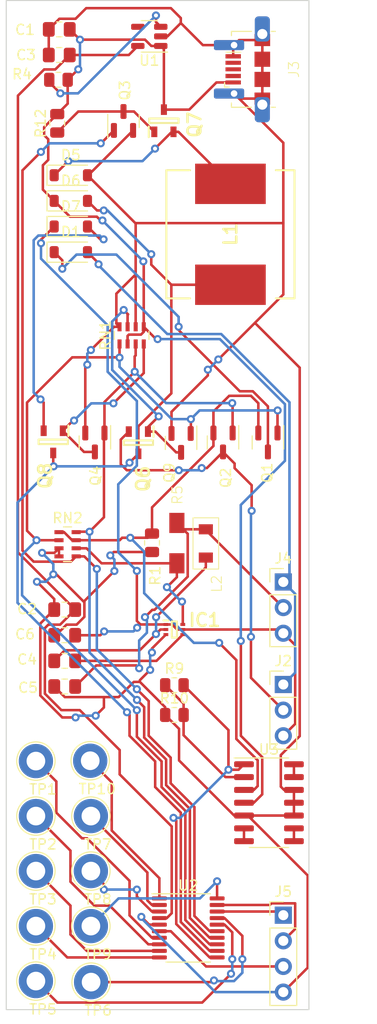
<source format=kicad_pcb>
(kicad_pcb (version 20221018) (generator pcbnew)
  (layers (0 "F.Cu" signal) (31 "B.Cu" signal) (34 "B.Paste" user) (35 "F.Paste" user) (36 "B.SilkS" user "B.Silkscreen") (37 "F.SilkS" user "F.Silkscreen") (38 "B.Mask" user) (39 "F.Mask" user) (44 "Edge.Cuts" user))
  (net 0 "")
  (net 1 "GND")
  (net 2 "PB7_PB8_MCU")
  (net 3 "PC15_MCU")
  (net 4 "PB3_PB4_PB5P_PB6_MCU")
  (net 5 "PC14_PB9_MCU")
  (net 6 "PA12_PA10_MCU")
  (net 7 "PA11_PA9_MCU")
  (net 8 "PA3_MCU")
  (net 9 "PA2_MCU")
  (net 10 "PA1_MCU")
  (net 11 "Net-(D1-K)")
  (net 12 "PA0_MCU")
  (net 13 "ADC_v-to-c")
  (net 14 "LiPO1_Control")
  (net 15 "Switch_Regulator_PWM")
  (net 16 "FB")
  (net 17 "LiPO2_Control")
  (net 18 "Net-(U3A-INA-)")
  (net 19 "ADC_Current")
  (net 20 "Net-(U1-EN)")
  (net 21 "USB Vdc")
  (net 22 "Net-(Q3-D)")
  (net 24 "MCU Vdd")
  (net 25 "Net-(Q4-D)")
  (net 26 "LiPO Mid")
  (net 27 "Net-(Q6-G)")
  (net 28 "NRST")
  (net 29 "Switch_Regulated_V")
  (net 30 "SWDIO")
  (net 31 "SWCLK")
  (net 35 "3.3v Battery")
  (net 36 "SW")
  (net 37 "LiPO High")
  (net 38 "Net-(D7-A)")
  (net 39 "Net-(D5-K)")
  (net 40 "LiPO Low")
  (net 41 "BST")
  (net 42 "Net-(U3B-INB-)")
  (net 43 "Net-(U3C-INC-)")
  (net 44 "Net-(U3D-IND-)")
  (footprint "Resistor_SMD:R_0805_2012Metric" (layer "F.Cu") (at 217.804945 135.097791)
    (fp_text reference "R10")
    (fp_text value "1k")
  )
  (footprint "TestPoint:TestPoint_Loop_D2.50mm_Drill1.85mm" (layer "F.Cu") (at 209.551215 161.57202)
    (fp_text reference "TP6")
    (fp_text value "TestPoint")
  )
  (footprint "Package_TO_SOT_SMD:SOT-23" (layer "F.Cu") (at 218.468062 108.139524 -90)
    (fp_text reference "Q9")
    (fp_text value "SI2302")
  )
  (footprint "Capacitor_SMD:C_0805_2012Metric_Pad1.18x1.45mm_HandSolder" (layer "F.Cu") (at 206.932827 127.198804)
    (fp_text reference "C6")
    (fp_text value "10u")
  )
  (footprint "Diode_SMD:D_SOD-123" (layer "F.Cu") (at 207.540719 81.61628)
    (fp_text reference "D5")
    (fp_text value "MBR0530 ")
  )
  (footprint "TestPoint:TestPoint_Loop_D2.50mm_Drill1.85mm" (layer "F.Cu") (at 209.530195 150.568664)
    (fp_text reference "TP8")
    (fp_text value "TestPoint")
  )
  (footprint "TestPoint:TestPoint_Loop_D2.50mm_Drill1.85mm" (layer "F.Cu") (at 204.080195 150.568664)
    (fp_text reference "TP3")
    (fp_text value "TestPoint")
  )
  (footprint "Library:CC322522A-4R7K" (layer "F.Cu") (at 220.920406 118.10125 90)
    (fp_text reference "L2")
    (fp_text value "3.3u")
  )
  (footprint "Library:SOT95P230X110-3N" (layer "F.Cu") (at 205.796925 108.034654 -90)
    (fp_text reference "Q8")
    (fp_text value "BSS84AK,215" hide)
  )
  (footprint "Resistor_SMD:R_0805_2012Metric" (layer "F.Cu") (at 206.195521 76.469749 90)
    (fp_text reference "R12")
    (fp_text value "1k")
  )
  (footprint "TestPoint:TestPoint_Loop_D2.50mm_Drill1.85mm" (layer "F.Cu") (at 209.530195 156.018664)
    (fp_text reference "TP9")
    (fp_text value "TestPoint")
  )
  (footprint "Diode_SMD:D_SOD-123" (layer "F.Cu") (at 207.540719 86.69628)
    (fp_text reference "D7")
    (fp_text value "MBR0530 ")
  )
  (footprint "Capacitor_SMD:C_0805_2012Metric_Pad1.18x1.45mm_HandSolder" (layer "F.Cu") (at 206.392187 67.160936)
    (fp_text reference "C1")
    (fp_text value "10u")
  )
  (footprint "Package_TO_SOT_SMD:SOT-23" (layer "F.Cu") (at 212.760859 76.237364 90)
    (fp_text reference "Q3")
    (fp_text value "SI2302")
  )
  (footprint "Resistor_SMD:R_Array_Concave_4x0603" (layer "F.Cu") (at 207.217952 118.182679)
    (fp_text reference "RN2")
    (fp_text value "R_Pack04_Split_2")
  )
  (footprint "Package_SO:SOIC-14_3.9x8.7mm_P1.27mm" (layer "F.Cu") (at 227.177625 143.795541)
    (fp_text reference "U3")
    (fp_text value "~")
  )
  (footprint "Library:USB_Micro-B_roundholes" (layer "F.Cu") (at 230.15 71.12 90)
    (fp_text reference "J3")
    (fp_text value "USB_B_Micro")
  )
  (footprint "TestPoint:TestPoint_Loop_D2.50mm_Drill1.85mm" (layer "F.Cu") (at 204.080195 139.668664)
    (fp_text reference "TP1")
    (fp_text value "TestPoint")
  )
  (footprint "Diode_SMD:D_SOD-123" (layer "F.Cu") (at 207.540719 84.15628)
    (fp_text reference "D6")
    (fp_text value "MBR0530 ")
  )
  (footprint "Library:CR0603-FX-4532ELF" (layer "F.Cu") (at 218.051063 118.069718 90)
    (fp_text reference "R5")
    (fp_text value "45.3k ")
  )
  (footprint "Capacitor_SMD:C_0805_2012Metric_Pad1.18x1.45mm_HandSolder" (layer "F.Cu") (at 206.932827 124.658804)
    (fp_text reference "C2")
    (fp_text value "10u")
  )
  (footprint "TestPoint:TestPoint_Loop_D2.50mm_Drill1.85mm" (layer "F.Cu") (at 209.530195 145.118664)
    (fp_text reference "TP7")
    (fp_text value "TestPoint")
  )
  (footprint "Package_TO_SOT_SMD:SOT-23" (layer "F.Cu") (at 222.62446 108.095508 -90)
    (fp_text reference "Q2")
    (fp_text value "MMFTN6001")
  )
  (footprint "Library:SOT95P230X110-3N" (layer "F.Cu") (at 216.764938 76.213999 90)
    (fp_text reference "Q7")
    (fp_text value "BSS84AK,215" hide)
  )
  (footprint "Library:SRR1205500YL" (layer "F.Cu") (at 223.359032 87.467062 -90)
    (fp_text reference "L1")
    (fp_text value "SRR1205-500YL" hide)
  )
  (footprint "Connector_PinHeader_2.54mm:PinHeader_1x03_P2.54mm_Vertical" (layer "F.Cu") (at 228.6 121.92)
    (fp_text reference "J4")
    (fp_text value "3_Pin_Header_to_IPOD")
  )
  (footprint "TestPoint:TestPoint_Loop_D2.50mm_Drill1.85mm" (layer "F.Cu") (at 209.462421 139.635046)
    (fp_text reference "TP10")
    (fp_text value "TestPoint")
  )
  (footprint "Connector_PinHeader_2.54mm:PinHeader_1x03_P2.54mm_Vertical" (layer "F.Cu") (at 228.6 132.08)
    (fp_text reference "J2")
    (fp_text value "3_Pin_Header_to_Battery")
  )
  (footprint "Library:SOTFL50P160X60-6N" (layer "F.Cu") (at 217.800804 126.631242)
    (fp_text reference "IC1")
    (fp_text value "TPS562231DRLR" hide)
  )
  (footprint "TestPoint:TestPoint_Loop_D2.50mm_Drill1.85mm" (layer "F.Cu") (at 204.080195 161.468664)
    (fp_text reference "TP5")
    (fp_text value "TestPoint")
  )
  (footprint "Connector_PinHeader_2.54mm:PinHeader_1x04_P2.54mm_Vertical" (layer "F.Cu") (at 228.6 154.94)
    (fp_text reference "J5")
    (fp_text value "Conn_01x04_Pin")
  )
  (footprint "TestPoint:TestPoint_Loop_D2.50mm_Drill1.85mm" (layer "F.Cu") (at 204.080195 156.018664)
    (fp_text reference "TP4")
    (fp_text value "TestPoint")
  )
  (footprint "Package_TO_SOT_SMD:SOT-23" (layer "F.Cu") (at 209.92446 108.095508 -90)
    (fp_text reference "Q4")
    (fp_text value "SI2302")
  )
  (footprint "Package_TO_SOT_SMD:SOT-23" (layer "F.Cu") (at 227.07446 108.095508 -90)
    (fp_text reference "Q1")
    (fp_text value "MMFTN6001")
  )
  (footprint "TestPoint:TestPoint_Loop_D2.50mm_Drill1.85mm" (layer "F.Cu") (at 204.080195 145.118664)
    (fp_text reference "TP2")
    (fp_text value "TestPoint")
  )
  (footprint "Resistor_SMD:R_Array_Concave_4x0603" (layer "F.Cu") (at 213.566765 97.483827 90)
    (fp_text reference "RN1")
    (fp_text value "R_Pack04_Split_2")
  )
  (footprint "Capacitor_SMD:C_0805_2012Metric_Pad1.18x1.45mm_HandSolder" (layer "F.Cu") (at 206.392187 69.700936)
    (fp_text reference "C3")
    (fp_text value "10u")
  )
  (footprint "Capacitor_SMD:C_0805_2012Metric_Pad1.18x1.45mm_HandSolder" (layer "F.Cu") (at 206.932827 132.278804)
    (fp_text reference "C5")
    (fp_text value "10u")
  )
  (footprint "Library:SOT95P230X110-3N" (layer "F.Cu") (at 214.235323 108.12 -90)
    (fp_text reference "Q6")
    (fp_text value "BSS84AK,215" hide)
  )
  (footprint "Resistor_SMD:R_0805_2012Metric" (layer "F.Cu") (at 217.804945 132.147791)
    (fp_text reference "R9")
    (fp_text value "100k")
  )
  (footprint "Package_TO_SOT_SMD:SOT-23-5" (layer "F.Cu") (at 215.318563 67.854624 180)
    (fp_text reference "U1")
    (fp_text value "MIC5504-3.3YM5")
  )
  (footprint "Package_SO:TSSOP-20_4.4x6.5mm_P0.65mm" (layer "F.Cu") (at 219.177515 156.202195)
    (fp_text reference "U2")
    (fp_text value "STM32G030F6Px")
  )
  (footprint "Resistor_SMD:R_0805_2012Metric" (layer "F.Cu") (at 206.316527 72.156835)
    (fp_text reference "R4")
    (fp_text value "1k")
  )
  (footprint "Resistor_SMD:R_0805_2012Metric" (layer "F.Cu") (at 215.588156 118.037069 -90)
    (fp_text reference "R1")
    (fp_text value "100m")
  )
  (footprint "Capacitor_SMD:C_0805_2012Metric_Pad1.18x1.45mm_HandSolder" (layer "F.Cu") (at 206.932827 129.738804)
    (fp_text reference "C4")
    (fp_text value ".1u")
  )
  (footprint "Diode_SMD:D_SOD-123" (layer "F.Cu") (at 207.540719 89.23628)
    (fp_text reference "D1")
    (fp_text value "MBR0530 ")
  )
  (gr_rect (start 201.14 64.3) (end 231.14 164.3) (stroke (width 0.1)) (fill none) (layer "Edge.Cuts"))
  (segment (start 205.895327 124.658804) (end 205.895327 123.60911) (width 0.25) (layer "F.Cu") (net 1))
  (segment (start 213.784695 131.820874) (end 214.385305 131.820874) (width 0.25) (layer "F.Cu") (net 1))
  (segment (start 214.530161 155.104535) (end 215.302821 155.877195) (width 0.25) (layer "F.Cu") (net 1))
  (segment (start 212.053453 96.320515) (end 212.053453 93.353312) (width 0.25) (layer "F.Cu") (net 1))
  (segment (start 223.727626 145.065541) (end 218.267445 139.60536) (width 0.25) (layer "F.Cu") (net 1))
  (segment (start 218.267445 136.472791) (end 216.892445 135.097791) (width 0.25) (layer "F.Cu") (net 1))
  (segment (start 215.581065 128.910443) (end 215.581065 128.512981) (width 0.25) (layer "F.Cu") (net 1))
  (segment (start 207.116723 126.148804) (end 208.112927 126.148804) (width 0.25) (layer "F.Cu") (net 1))
  (segment (start 217.458057 65.058057) (end 218.44 66.04) (width 0.25) (layer "F.Cu") (net 1))
  (segment (start 206.945327 133.328804) (end 210.82 133.328804) (width 0.25) (layer "F.Cu") (net 1))
  (segment (start 217.518062 107.202024) (end 217.518062 105.061938) (width 0.25) (layer "F.Cu") (net 1))
  (segment (start 224.22 74.02) (end 223.72 73.52) (width 0.25) (layer "F.Cu") (net 1))
  (segment (start 208.882827 123.934292) (end 206.109583 121.161048) (width 0.25) (layer "F.Cu") (net 1))
  (segment (start 225.083533 145.065541) (end 224.702625 145.065541) (width 0.25) (layer "F.Cu") (net 1))
  (segment (start 229.652625 142.525541) (end 229.652625 143.795541) (width 0.25) (layer "F.Cu") (net 1))
  (segment (start 204.519043 126.035088) (end 205.895327 124.658804) (width 0.25) (layer "F.Cu") (net 1))
  (segment (start 210.82 134.355278) (end 210.004754 135.170524) (width 0.25) (layer "F.Cu") (net 1))
  (segment (start 230.225 100.685) (end 225.784197 96.244197) (width 0.25) (layer "F.Cu") (net 1))
  (segment (start 208.97446 107.158008) (end 208.97446 100.584703) (width 0.25) (layer "F.Cu") (net 1))
  (segment (start 205.354687 67.160936) (end 206.404687 66.110936) (width 0.25) (layer "F.Cu") (net 1))
  (segment (start 206.404687 66.110936) (end 208.012287 66.110936) (width 0.25) (layer "F.Cu") (net 1))
  (segment (start 209.528434 98.935277) (end 211.829884 96.633827) (width 0.25) (layer "F.Cu") (net 1))
  (segment (start 226.52 70.12) (end 226.52 72.12) (width 0.25) (layer "F.Cu") (net 1))
  (segment (start 205.354687 69.700936) (end 205.354687 67.160936) (width 0.25) (layer "F.Cu") (net 1))
  (segment (start 225.784197 96.244197) (end 228.6 93.428394) (width 0.25) (layer "F.Cu") (net 1))
  (segment (start 221.121044 101.458956) (end 221.121044 100.882024) (width 0.25) (layer "F.Cu") (net 1))
  (segment (start 228.6 78.4) (end 228.6 86.36) (width 0.25) (layer "F.Cu") (net 1))
  (segment (start 223.72 68.72) (end 224.22 68.22) (width 0.25) (layer "F.Cu") (net 1))
  (segment (start 205.895327 127.198804) (end 206.066723 127.198804) (width 0.25) (layer "F.Cu") (net 1))
  (segment (start 204.519043 133.171516) (end 204.519043 126.035088) (width 0.25) (layer "F.Cu") (net 1))
  (segment (start 228.6 86.36) (end 213.934439 86.36) (width 0.25) (layer "F.Cu") (net 1))
  (segment (start 218.44 66.04) (end 218.44 66.533186) (width 0.25) (layer "F.Cu") (net 1))
  (segment (start 228.352625 142.20054) (end 228.352625 139.069076) (width 0.25) (layer "F.Cu") (net 1))
  (segment (start 228.6 93.428394) (end 228.6 86.36) (width 0.25) (layer "F.Cu") (net 1))
  (segment (start 208.97446 100.584703) (end 209.173886 100.385277) (width 0.25) (layer "F.Cu") (net 1))
  (segment (start 212.366765 96.633827) (end 212.053453 96.320515) (width 0.25) (layer "F.Cu") (net 1))
  (segment (start 209.269443 81.61628) (end 209.190719 81.61628) (width 0.25) (layer "F.Cu") (net 1))
  (segment (start 218.44 66.533186) (end 217.118562 67.854624) (width 0.25) (layer "F.Cu") (net 1))
  (segment (start 226.52 70.12) (end 226.52 68.22) (width 0.25) (layer "F.Cu") (net 1))
  (segment (start 205.895327 123.60911) (end 204.183291 121.897074) (width 0.25) (layer "F.Cu") (net 1))
  (segment (start 223.6325 68.8075) (end 223.72 68.72) (width 0.25) (layer "F.Cu") (net 1))
  (segment (start 211.790563 118.949569) (end 215.588156 118.949569) (width 0.25) (layer "F.Cu") (net 1))
  (segment (start 223.6325 69.8325) (end 223.6325 68.8075) (width 0.25) (layer "F.Cu") (net 1))
  (segment (start 226.52 74.02) (end 224.22 74.02) (width 0.25) (layer "F.Cu") (net 1))
  (segment (start 213.966765 96.633827) (end 213.966765 91.44) (width 0.25) (layer "F.Cu") (net 1))
  (segment (start 218.267445 139.60536) (end 218.267445 136.472791) (width 0.25) (layer "F.Cu") (net 1))
  (segment (start 213.966765 86.392326) (end 213.934439 86.36) (width 0.25) (layer "F.Cu") (net 1))
  (segment (start 210.82 133.328804) (end 210.82 134.355278) (width 0.25) (layer "F.Cu") (net 1))
  (segment (start 215.581065 128.512981) (end 216.962804 127.131242) (width 0.25) (layer "F.Cu") (net 1))
  (segment (start 229.652625 143.795541) (end 229.652625 145.065541) (width 0.25) (layer "F.Cu") (net 1))
  (segment (start 224.702625 145.065541) (end 223.727626 145.065541) (width 0.25) (layer "F.Cu") (net 1))
  (segment (start 213.710859 77.174864) (end 209.269443 81.61628) (width 0.25) (layer "F.Cu") (net 1))
  (segment (start 208.882827 123.807316) (end 211.858317 120.831826) (width 0.25) (layer "F.Cu") (net 1))
  (segment (start 220.785545 101.794455) (end 221.121044 101.458956) (width 0.25) (layer "F.Cu") (net 1))
  (segment (start 223.72 73.52) (end 228.6 78.4) (width 0.25) (layer "F.Cu") (net 1))
  (segment (start 211.45312 119.287012) (end 211.790563 118.949569) (width 0.25) (layer "F.Cu") (net 1))
  (segment (start 214.385305 131.651018) (end 215.403792 130.632531) (width 0.25) (layer "F.Cu") (net 1))
  (segment (start 228.6 162.56) (end 231.015 160.145) (width 0.25) (layer "F.Cu") (net 1))
  (segment (start 213.934439 86.36) (end 209.190719 81.61628) (width 0.25) (layer "F.Cu") (net 1))
  (segment (start 230.225 137.196701) (end 230.225 100.685) (width 0.25) (layer "F.Cu") (net 1))
  (segment (start 205.916867 119.033764) (end 206.367952 118.582679) (width 0.25) (layer "F.Cu") (net 1))
  (segment (start 212.276765 133.328804) (end 213.784695 131.820874) (width 0.25) (layer "F.Cu") (net 1))
  (segment (start 214.385305 131.820874) (end 214.385305 131.651018) (width 0.25) (layer "F.Cu") (net 1))
  (segment (start 206.367952 119.382679) (end 206.367952 118.582679) (width 0.25) (layer "F.Cu") (net 1))
  (segment (start 208.012287 66.110936) (end 209.065166 65.058057) (width 0.25) (layer "F.Cu") (net 1))
  (segment (start 208.112927 126.148804) (end 208.882827 125.378904) (width 0.25) (layer "F.Cu") (net 1))
  (segment (start 231.015 150.997008) (end 225.083533 145.065541) (width 0.25) (layer "F.Cu") (net 1))
  (segment (start 211.829884 96.633827) (end 212.366765 96.633827) (width 0.25) (layer "F.Cu") (net 1))
  (segment (start 217.118562 67.854624) (end 216.456063 67.854624) (width 0.25) (layer "F.Cu") (net 1))
  (segment (start 220.626814 68.72) (end 218.44 66.533186) (width 0.25) (layer "F.Cu") (net 1))
  (segment (start 213.966765 91.44) (end 213.966765 86.392326) (width 0.25) (layer "F.Cu") (net 1))
  (segment (start 226.52 72.12) (end 226.52 74.02) (width 0.25) (layer "F.Cu") (net 1))
  (segment (start 229.652625 142.525541) (end 228.677626 142.525541) (width 0.25) (layer "F.Cu") (net 1))
  (segment (start 210.82 133.328804) (end 212.276765 133.328804) (width 0.25) (layer "F.Cu") (net 1))
  (segment (start 208.882827 125.378904) (end 208.882827 123.934292) (width 0.25) (layer "F.Cu") (net 1))
  (segment (start 222.159013 99.869381) (end 225.784197 96.244197) (width 0.25) (layer "F.Cu") (net 1))
  (segment (start 224.702625 145.065541) (end 229.652625 145.065541) (width 0.25) (layer "F.Cu") (net 1))
  (segment (start 217.518062 105.061938) (end 220.785545 101.794455) (width 0.25) (layer "F.Cu") (net 1))
  (segment (start 231.015 160.145) (end 231.015 150.997008) (width 0.25) (layer "F.Cu") (net 1))
  (segment (start 206.066723 127.198804) (end 207.116723 126.148804) (width 0.25) (layer "F.Cu") (net 1))
  (segment (start 223.72 68.72) (end 220.626814 68.72) (width 0.25) (layer "F.Cu") (net 1))
  (segment (start 209.065166 65.058057) (end 217.458057 65.058057) (width 0.25) (layer "F.Cu") (net 1))
  (segment (start 214.385305 131.820874) (end 216.892445 134.328014) (width 0.25) (layer "F.Cu") (net 1))
  (segment (start 208.882827 123.934292) (end 208.882827 123.807316) (width 0.25) (layer "F.Cu") (net 1))
  (segment (start 208.008945 135.345) (end 206.692527 135.345) (width 0.25) (layer "F.Cu") (net 1))
  (segment (start 224.22 68.22) (end 226.52 68.22) (width 0.25) (layer "F.Cu") (net 1))
  (segment (start 206.692527 135.345) (end 204.519043 133.171516) (width 0.25) (layer "F.Cu") (net 1))
  (segment (start 228.677626 142.525541) (end 228.352625 142.20054) (width 0.25) (layer "F.Cu") (net 1))
  (segment (start 205.895327 132.278804) (end 206.945327 133.328804) (width 0.25) (layer "F.Cu") (net 1))
  (segment (start 216.892445 134.328014) (end 216.892445 135.097791) (width 0.25) (layer "F.Cu") (net 1))
  (segment (start 212.053453 93.353312) (end 213.966765 91.44) (width 0.25) (layer "F.Cu") (net 1))
  (segment (start 204.691393 119.033764) (end 205.916867 119.033764) (width 0.25) (layer "F.Cu") (net 1))
  (segment (start 228.352625 139.069076) (end 230.225 137.196701) (width 0.25) (layer "F.Cu") (net 1))
  (segment (start 215.302821 155.877195) (end 216.315015 155.877195) (width 0.25) (layer "F.Cu") (net 1))
  (segment (start 206.109583 121.161048) (end 205.805685 121.161048) (width 0.25) (layer "F.Cu") (net 1))
  (via (at 209.173886 100.385277) (size 0.8) (drill 0.4) (layers "F.Cu" "B.Cu") (net 1))
  (via (at 204.691393 119.033764) (size 0.8) (drill 0.4) (layers "F.Cu" "B.Cu") (net 1))
  (via (at 209.528434 98.935277) (size 0.8) (drill 0.4) (layers "F.Cu" "B.Cu") (net 1))
  (via (at 211.858317 120.831826) (size 0.8) (drill 0.4) (layers "F.Cu" "B.Cu") (net 1))
  (via (at 208.008945 135.345) (size 0.8) (drill 0.4) (layers "F.Cu" "B.Cu") (net 1))
  (via (at 205.805685 121.161048) (size 0.8) (drill 0.4) (layers "F.Cu" "B.Cu") (net 1))
  (via (at 222.159013 99.869381) (size 0.8) (drill 0.4) (layers "F.Cu" "B.Cu") (net 1))
  (via (at 221.121044 100.882024) (size 0.8) (drill 0.4) (layers "F.Cu" "B.Cu") (net 1))
  (via (at 204.183291 121.897074) (size 0.8) (drill 0.4) (layers "F.Cu" "B.Cu") (net 1))
  (via (at 211.45312 119.287012) (size 0.8) (drill 0.4) (layers "F.Cu" "B.Cu") (net 1))
  (via (at 210.004754 135.170524) (size 0.8) (drill 0.4) (layers "F.Cu" "B.Cu") (net 1))
  (via (at 215.403792 130.632531) (size 0.8) (drill 0.4) (layers "F.Cu" "B.Cu") (net 1))
  (via (at 214.530161 155.104535) (size 0.8) (drill 0.4) (layers "F.Cu" "B.Cu") (net 1))
  (via (at 215.581065 128.910443) (size 0.8) (drill 0.4) (layers "F.Cu" "B.Cu") (net 1))
  (segment (start 215.403792 130.632531) (end 215.403792 129.087716) (width 0.25) (layer "B.Cu") (net 1))
  (segment (start 205.069659 121.897074) (end 205.805685 121.161048) (width 0.25) (layer "B.Cu") (net 1))
  (segment (start 209.173886 99.289825) (end 209.528434 98.935277) (width 0.25) (layer "B.Cu") (net 1))
  (segment (start 205.805685 121.161048) (end 205.805685 120.148056) (width 0.25) (layer "B.Cu") (net 1))
  (segment (start 211.858317 120.831826) (end 211.858317 119.692209) (width 0.25) (layer "B.Cu") (net 1))
  (segment (start 205.805685 120.148056) (end 204.691393 119.033764) (width 0.25) (layer "B.Cu") (net 1))
  (segment (start 221.121044 100.882024) (end 221.14637 100.882024) (width 0.25) (layer "B.Cu") (net 1))
  (segment (start 215.403792 129.087716) (end 215.581065 128.910443) (width 0.25) (layer "B.Cu") (net 1))
  (segment (start 211.858317 119.692209) (end 211.45312 119.287012) (width 0.25) (layer "B.Cu") (net 1))
  (segment (start 221.857028 162.56) (end 228.6 162.56) (width 0.25) (layer "B.Cu") (net 1))
  (segment (start 208.183421 135.170524) (end 208.008945 135.345) (width 0.25) (layer "B.Cu") (net 1))
  (segment (start 204.183291 121.897074) (end 205.069659 121.897074) (width 0.25) (layer "B.Cu") (net 1))
  (segment (start 210.004754 135.170524) (end 208.183421 135.170524) (width 0.25) (layer "B.Cu") (net 1))
  (segment (start 209.173886 100.385277) (end 209.173886 99.289825) (width 0.25) (layer "B.Cu") (net 1))
  (segment (start 214.530161 155.104535) (end 214.530161 155.233133) (width 0.25) (layer "B.Cu") (net 1))
  (segment (start 221.14637 100.882024) (end 222.159013 99.869381) (width 0.25) (layer "B.Cu") (net 1))
  (segment (start 214.530161 155.233133) (end 221.857028 162.56) (width 0.25) (layer "B.Cu") (net 1))
  (segment (start 211.593963 141.766588) (end 209.462421 139.635046) (width 0.25) (layer "F.Cu") (net 2))
  (segment (start 211.593963 146.546036) (end 211.593963 141.766588) (width 0.25) (layer "F.Cu") (net 2))
  (segment (start 216.315015 153.277195) (end 215.577516 153.277195) (width 0.25) (layer "F.Cu") (net 2))
  (segment (start 216.315015 153.277195) (end 216.315015 151.267088) (width 0.25) (layer "F.Cu") (net 2))
  (segment (start 216.315015 151.267088) (end 211.593963 146.546036) (width 0.25) (layer "F.Cu") (net 2))
  (segment (start 214.085 153.084679) (end 214.085 152.4) (width 0.25) (layer "F.Cu") (net 3))
  (segment (start 210.82 151.858469) (end 209.530195 150.568664) (width 0.25) (layer "F.Cu") (net 3))
  (segment (start 215.577516 154.577195) (end 214.085 153.084679) (width 0.25) (layer "F.Cu") (net 3))
  (segment (start 216.315015 154.577195) (end 215.577516 154.577195) (width 0.25) (layer "F.Cu") (net 3))
  (segment (start 210.82 152.4) (end 210.82 151.858469) (width 0.25) (layer "F.Cu") (net 3))
  (via (at 214.085 152.4) (size 0.8) (drill 0.4) (layers "F.Cu" "B.Cu") (net 3))
  (via (at 210.82 152.4) (size 0.8) (drill 0.4) (layers "F.Cu" "B.Cu") (net 3))
  (segment (start 214.085 152.4) (end 210.82 152.4) (width 0.25) (layer "B.Cu") (net 3))
  (segment (start 222.036124 153.273304) (end 222.040015 153.277195) (width 0.25) (layer "F.Cu") (net 4))
  (segment (start 222.036124 151.579317) (end 222.036124 153.273304) (width 0.25) (layer "F.Cu") (net 4))
  (via (at 222.036124 151.579317) (size 0.8) (drill 0.4) (layers "F.Cu" "B.Cu") (net 4))
  (segment (start 212.273026 153.275833) (end 209.530195 156.018664) (width 0.25) (layer "B.Cu") (net 4))
  (segment (start 212.273026 153.275833) (end 220.339608 153.275833) (width 0.25) (layer "B.Cu") (net 4))
  (segment (start 220.339608 153.275833) (end 222.036124 151.579317) (width 0.25) (layer "B.Cu") (net 4))
  (segment (start 215.127516 153.477195) (end 215.127516 150.715985) (width 0.25) (layer "F.Cu") (net 5))
  (segment (start 215.127516 150.715985) (end 209.530195 145.118664) (width 0.25) (layer "F.Cu") (net 5))
  (segment (start 216.315015 153.927195) (end 215.577516 153.927195) (width 0.25) (layer "F.Cu") (net 5))
  (segment (start 215.577516 153.927195) (end 215.127516 153.477195) (width 0.25) (layer "F.Cu") (net 5))
  (segment (start 221.562569 161.57202) (end 209.551215 161.57202) (width 0.25) (layer "F.Cu") (net 6))
  (segment (start 222.040015 155.227195) (end 222.777514 155.227195) (width 0.25) (layer "F.Cu") (net 6))
  (segment (start 222.777514 155.227195) (end 224.541023 156.990704) (width 0.25) (layer "F.Cu") (net 6))
  (segment (start 224.541023 156.990704) (end 224.541023 159.295) (width 0.25) (layer "F.Cu") (net 6))
  (segment (start 221.728461 161.406128) (end 221.562569 161.57202) (width 0.25) (layer "F.Cu") (net 6))
  (via (at 221.728461 161.406128) (size 0.8) (drill 0.4) (layers "F.Cu" "B.Cu") (net 6))
  (via (at 224.541023 159.295) (size 0.8) (drill 0.4) (layers "F.Cu" "B.Cu") (net 6))
  (segment (start 224.541023 159.295) (end 224.541023 160.644177) (width 0.25) (layer "B.Cu") (net 6))
  (segment (start 223.7152 161.47) (end 221.792333 161.47) (width 0.25) (layer "B.Cu") (net 6))
  (segment (start 224.541023 160.644177) (end 223.7152 161.47) (width 0.25) (layer "B.Cu") (net 6))
  (segment (start 221.792333 161.47) (end 221.728461 161.406128) (width 0.25) (layer "B.Cu") (net 6))
  (segment (start 220.562875 163.59702) (end 206.208551 163.59702) (width 0.25) (layer "F.Cu") (net 7))
  (segment (start 222.777514 155.877195) (end 223.54102 156.640701) (width 0.25) (layer "F.Cu") (net 7))
  (segment (start 223.54102 156.640701) (end 223.54102 159.295) (width 0.25) (layer "F.Cu") (net 7))
  (segment (start 222.040015 155.877195) (end 222.777514 155.877195) (width 0.25) (layer "F.Cu") (net 7))
  (segment (start 206.208551 163.59702) (end 204.080195 161.468664) (width 0.25) (layer "F.Cu") (net 7))
  (segment (start 223.414895 160.745) (end 220.562875 163.59702) (width 0.25) (layer "F.Cu") (net 7))
  (via (at 223.54102 159.295) (size 0.8) (drill 0.4) (layers "F.Cu" "B.Cu") (net 7))
  (via (at 223.414895 160.745) (size 0.8) (drill 0.4) (layers "F.Cu" "B.Cu") (net 7))
  (segment (start 223.54102 159.295) (end 223.54102 160.618875) (width 0.25) (layer "B.Cu") (net 7))
  (segment (start 223.54102 160.618875) (end 223.414895 160.745) (width 0.25) (layer "B.Cu") (net 7))
  (segment (start 216.315015 159.127195) (end 207.188726 159.127195) (width 0.25) (layer "F.Cu") (net 8))
  (segment (start 207.188726 159.127195) (end 204.080195 156.018664) (width 0.25) (layer "F.Cu") (net 8))
  (segment (start 207.505195 153.993664) (end 204.080195 150.568664) (width 0.25) (layer "F.Cu") (net 9))
  (segment (start 209.124943 158.477195) (end 207.505195 156.857447) (width 0.25) (layer "F.Cu") (net 9))
  (segment (start 207.505195 156.857447) (end 207.505195 153.993664) (width 0.25) (layer "F.Cu") (net 9))
  (segment (start 216.315015 158.477195) (end 209.124943 158.477195) (width 0.25) (layer "F.Cu") (net 9))
  (segment (start 216.315015 157.827195) (end 215.223703 157.827195) (width 0.25) (layer "F.Cu") (net 10))
  (segment (start 207.505195 151.625195) (end 207.505195 148.543664) (width 0.25) (layer "F.Cu") (net 10))
  (segment (start 209.873664 153.993664) (end 207.505195 151.625195) (width 0.25) (layer "F.Cu") (net 10))
  (segment (start 211.390172 153.993664) (end 209.873664 153.993664) (width 0.25) (layer "F.Cu") (net 10))
  (segment (start 215.223703 157.827195) (end 211.390172 153.993664) (width 0.25) (layer "F.Cu") (net 10))
  (segment (start 207.505195 148.543664) (end 204.080195 145.118664) (width 0.25) (layer "F.Cu") (net 10))
  (segment (start 218.226501 96.962175) (end 224.285513 103.021187) (width 0.25) (layer "F.Cu") (net 11))
  (segment (start 224.285513 103.021187) (end 225.577583 103.021187) (width 0.25) (layer "F.Cu") (net 11))
  (segment (start 205.65007 89.476929) (end 205.890719 89.23628) (width 0.25) (layer "F.Cu") (net 11))
  (segment (start 225.577583 103.021187) (end 227.07446 104.518064) (width 0.25) (layer "F.Cu") (net 11))
  (segment (start 206.696802 90.042363) (end 205.890719 89.23628) (width 0.25) (layer "F.Cu") (net 11))
  (segment (start 206.696802 90.882457) (end 206.696802 90.042363) (width 0.25) (layer "F.Cu") (net 11))
  (segment (start 218.226501 96.627154) (end 218.226501 96.962175) (width 0.25) (layer "F.Cu") (net 11))
  (segment (start 227.07446 104.518064) (end 227.07446 109.033008) (width 0.25) (layer "F.Cu") (net 11))
  (via (at 218.226501 96.627154) (size 0.8) (drill 0.4) (layers "F.Cu" "B.Cu") (net 11))
  (via (at 206.696802 90.882457) (size 0.8) (drill 0.4) (layers "F.Cu" "B.Cu") (net 11))
  (segment (start 218.226501 95.650429) (end 212.053001 89.476929) (width 0.25) (layer "B.Cu") (net 11))
  (segment (start 218.226501 96.627154) (end 218.226501 95.650429) (width 0.25) (layer "B.Cu") (net 11))
  (segment (start 212.053001 89.476929) (end 208.10233 89.476929) (width 0.25) (layer "B.Cu") (net 11))
  (segment (start 208.10233 89.476929) (end 206.696802 90.882457) (width 0.25) (layer "B.Cu") (net 11))
  (segment (start 213.36 154.959679) (end 213.36 151.534686) (width 0.25) (layer "F.Cu") (net 12))
  (segment (start 213.36 151.534686) (end 209.145314 147.32) (width 0.25) (layer "F.Cu") (net 12))
  (segment (start 206.105195 141.693664) (end 204.080195 139.668664) (width 0.25) (layer "F.Cu") (net 12))
  (segment (start 209.145314 147.32) (end 208.645195 147.32) (width 0.25) (layer "F.Cu") (net 12))
  (segment (start 206.105195 144.78) (end 206.105195 141.693664) (width 0.25) (layer "F.Cu") (net 12))
  (segment (start 208.645195 147.32) (end 206.105195 144.78) (width 0.25) (layer "F.Cu") (net 12))
  (segment (start 215.577516 157.177195) (end 213.36 154.959679) (width 0.25) (layer "F.Cu") (net 12))
  (segment (start 216.315015 157.177195) (end 215.577516 157.177195) (width 0.25) (layer "F.Cu") (net 12))
  (segment (start 212.627284 117.537882) (end 212.382487 117.782679) (width 0.25) (layer "F.Cu") (net 13))
  (segment (start 225.391187 103.471187) (end 226.12446 104.20446) (width 0.25) (layer "F.Cu") (net 13))
  (segment (start 226.06 139.591375) (end 225.236718 138.768093) (width 0.25) (layer "F.Cu") (net 13))
  (segment (start 221.67446 107.158008) (end 221.67446 105.034026) (width 0.25) (layer "F.Cu") (net 13))
  (segment (start 215.174843 117.537882) (end 215.588156 117.124569) (width 0.25) (layer "F.Cu") (net 13))
  (segment (start 226.06 142.143165) (end 226.06 139.591375) (width 0.25) (layer "F.Cu") (net 13))
  (segment (start 207.667952 117.782679) (end 208.067952 117.782679) (width 0.25) (layer "F.Cu") (net 13))
  (segment (start 225.677624 142.525541) (end 226.06 142.143165) (width 0.25) (layer "F.Cu") (net 13))
  (segment (start 208.067952 117.782679) (end 212.382487 117.782679) (width 0.25) (layer "F.Cu") (net 13))
  (segment (start 213.432105 117.537882) (end 215.174843 117.537882) (width 0.25) (layer "F.Cu") (net 13))
  (segment (start 212.382487 117.782679) (end 212.635 117.530166) (width 0.25) (layer "F.Cu") (net 13))
  (segment (start 224.702625 142.525541) (end 225.677624 142.525541) (width 0.25) (layer "F.Cu") (net 13))
  (segment (start 221.67446 108.444977) (end 215.588156 114.531281) (width 0.25) (layer "F.Cu") (net 13))
  (segment (start 213.432105 117.537882) (end 212.627284 117.537882) (width 0.25) (layer "F.Cu") (net 13))
  (segment (start 206.867952 116.982679) (end 207.667952 117.782679) (width 0.25) (layer "F.Cu") (net 13))
  (segment (start 226.12446 104.20446) (end 226.12446 107.158008) (width 0.25) (layer "F.Cu") (net 13))
  (segment (start 215.588156 114.531281) (end 215.588156 117.124569) (width 0.25) (layer "F.Cu") (net 13))
  (segment (start 225.236718 138.768093) (end 223.943937 137.475312) (width 0.25) (layer "F.Cu") (net 13))
  (segment (start 223.943937 137.475312) (end 223.943937 133.912281) (width 0.25) (layer "F.Cu") (net 13))
  (segment (start 221.67446 105.034026) (end 223.237299 103.471187) (width 0.25) (layer "F.Cu") (net 13))
  (segment (start 223.237299 103.471187) (end 225.391187 103.471187) (width 0.25) (layer "F.Cu") (net 13))
  (segment (start 221.67446 107.158008) (end 221.67446 108.444977) (width 0.25) (layer "F.Cu") (net 13))
  (segment (start 206.367952 116.982679) (end 206.867952 116.982679) (width 0.25) (layer "F.Cu") (net 13))
  (segment (start 223.943937 133.912281) (end 223.943937 129.655561) (width 0.25) (layer "F.Cu") (net 13))
  (segment (start 223.943937 129.655561) (end 222.24125 127.952874) (width 0.25) (layer "F.Cu") (net 13))
  (via (at 213.432105 117.537882) (size 0.8) (drill 0.4) (layers "F.Cu" "B.Cu") (net 13))
  (via (at 222.24125 127.952874) (size 0.8) (drill 0.4) (layers "F.Cu" "B.Cu") (net 13))
  (segment (start 214.81 118.915777) (end 214.81 123.032336) (width 0.25) (layer "B.Cu") (net 13))
  (segment (start 214.81 123.032336) (end 219.730538 127.952874) (width 0.25) (layer "B.Cu") (net 13))
  (segment (start 219.730538 127.952874) (end 222.24125 127.952874) (width 0.25) (layer "B.Cu") (net 13))
  (segment (start 213.432105 117.537882) (end 214.81 118.915777) (width 0.25) (layer "B.Cu") (net 13))
  (segment (start 212.34144 99.660277) (end 207.679723 99.660277) (width 0.25) (layer "F.Cu") (net 14))
  (segment (start 228.02446 104.93279) (end 228.036063 104.921187) (width 0.25) (layer "F.Cu") (net 14))
  (segment (start 228.02446 107.158008) (end 228.02446 104.93279) (width 0.25) (layer "F.Cu") (net 14))
  (segment (start 222.040015 157.827195) (end 221.302516 157.827195) (width 0.25) (layer "F.Cu") (net 14))
  (segment (start 216.536396 139.7) (end 216.218198 139.381802) (width 0.25) (layer "F.Cu") (net 14))
  (segment (start 203.2 116.84) (end 204.142679 117.782679) (width 0.25) (layer "F.Cu") (net 14))
  (segment (start 218.89 144.593604) (end 216.536396 142.24) (width 0.25) (layer "F.Cu") (net 14))
  (segment (start 212.366765 99.685602) (end 212.34144 99.660277) (width 0.25) (layer "F.Cu") (net 14))
  (segment (start 218.89 155.414679) (end 218.89 144.593604) (width 0.25) (layer "F.Cu") (net 14))
  (segment (start 207.679723 99.660277) (end 203.2 104.14) (width 0.25) (layer "F.Cu") (net 14))
  (segment (start 221.302516 157.827195) (end 218.89 155.414679) (width 0.25) (layer "F.Cu") (net 14))
  (segment (start 216.536396 142.24) (end 216.536396 139.7) (width 0.25) (layer "F.Cu") (net 14))
  (segment (start 203.2 104.14) (end 203.2 116.84) (width 0.25) (layer "F.Cu") (net 14))
  (segment (start 214.085 137.248604) (end 214.085 134.62) (width 0.25) (layer "F.Cu") (net 14))
  (segment (start 219.438541 107.181545) (end 219.418062 107.202024) (width 0.25) (layer "F.Cu") (net 14))
  (segment (start 206.367952 117.782679) (end 204.142679 117.782679) (width 0.25) (layer "F.Cu") (net 14))
  (segment (start 212.366765 98.333827) (end 212.366765 99.685602) (width 0.25) (layer "F.Cu") (net 14))
  (segment (start 216.218198 139.381802) (end 214.085 137.248604) (width 0.25) (layer "F.Cu") (net 14))
  (segment (start 219.438541 105.783041) (end 219.438541 107.181545) (width 0.25) (layer "F.Cu") (net 14))
  (via (at 219.438541 105.783041) (size 0.8) (drill 0.4) (layers "F.Cu" "B.Cu") (net 14))
  (via (at 228.036063 104.921187) (size 0.8) (drill 0.4) (layers "F.Cu" "B.Cu") (net 14))
  (via (at 214.085 134.62) (size 0.8) (drill 0.4) (layers "F.Cu" "B.Cu") (net 14))
  (via (at 212.366765 99.685602) (size 0.8) (drill 0.4) (layers "F.Cu" "B.Cu") (net 14))
  (via (at 204.142679 117.782679) (size 0.8) (drill 0.4) (layers "F.Cu" "B.Cu") (net 14))
  (segment (start 202.710211 123.245211) (end 202.710211 119.215147) (width 0.25) (layer "B.Cu") (net 14))
  (segment (start 228.036063 104.921187) (end 220.300395 104.921187) (width 0.25) (layer "B.Cu") (net 14))
  (segment (start 214.085 134.62) (end 202.710211 123.245211) (width 0.25) (layer "B.Cu") (net 14))
  (segment (start 220.300395 104.921187) (end 219.438541 105.783041) (width 0.25) (layer "B.Cu") (net 14))
  (segment (start 202.710211 119.215147) (end 204.142679 117.782679) (width 0.25) (layer "B.Cu") (net 14))
  (segment (start 217.543041 105.783041) (end 219.438541 105.783041) (width 0.25) (layer "B.Cu") (net 14))
  (segment (start 212.366765 99.685602) (end 212.366765 100.606765) (width 0.25) (layer "B.Cu") (net 14))
  (segment (start 212.366765 100.606765) (end 217.543041 105.783041) (width 0.25) (layer "B.Cu") (net 14))
  (segment (start 210.504687 78.452435) (end 210.533288 78.452435) (width 0.25) (layer "F.Cu") (net 15))
  (segment (start 219.79 144.220812) (end 219.394594 143.825406) (width 0.25) (layer "F.Cu") (net 15))
  (segment (start 210.533288 78.452435) (end 211.810859 77.174864) (width 0.25) (layer "F.Cu") (net 15))
  (segment (start 219.394594 143.825406) (end 217.436396 141.867208) (width 0.25) (layer "F.Cu") (net 15))
  (segment (start 222.040015 156.527195) (end 221.302516 156.527195) (width 0.25) (layer "F.Cu") (net 15))
  (segment (start 202.75 118.802081) (end 202.75 81.130591) (width 0.25) (layer "F.Cu") (net 15))
  (segment (start 202.75 81.130591) (end 204.576812 79.303779) (width 0.25) (layer "F.Cu") (net 15))
  (segment (start 219.79 155.014679) (end 219.79 144.220812) (width 0.25) (layer "F.Cu") (net 15))
  (segment (start 203.855598 119.907679) (end 202.75 118.802081) (width 0.25) (layer "F.Cu") (net 15))
  (segment (start 208.067952 119.382679) (end 207.542952 119.907679) (width 0.25) (layer "F.Cu") (net 15))
  (segment (start 210.118999 120.627061) (end 208.874617 119.382679) (width 0.25) (layer "F.Cu") (net 15))
  (segment (start 215.26 137.150812) (end 215.26 133.720874) (width 0.25) (layer "F.Cu") (net 15))
  (segment (start 207.542952 119.907679) (end 203.855598 119.907679) (width 0.25) (layer "F.Cu") (net 15))
  (segment (start 217.436396 139.327208) (end 216.854594 138.745406) (width 0.25) (layer "F.Cu") (net 15))
  (segment (start 221.302516 156.527195) (end 219.79 155.014679) (width 0.25) (layer "F.Cu") (net 15))
  (segment (start 216.854594 138.745406) (end 215.26 137.150812) (width 0.25) (layer "F.Cu") (net 15))
  (segment (start 215.26 133.720874) (end 214.085 132.545874) (width 0.25) (layer "F.Cu") (net 15))
  (segment (start 208.874617 119.382679) (end 208.067952 119.382679) (width 0.25) (layer "F.Cu") (net 15))
  (segment (start 217.436396 141.867208) (end 217.436396 139.327208) (width 0.25) (layer "F.Cu") (net 15))
  (via (at 210.118999 120.627061) (size 0.8) (drill 0.4) (layers "F.Cu" "B.Cu") (net 15))
  (via (at 204.576812 79.303779) (size 0.8) (drill 0.4) (layers "F.Cu" "B.Cu") (net 15))
  (via (at 210.504687 78.452435) (size 0.8) (drill 0.4) (layers "F.Cu" "B.Cu") (net 15))
  (via (at 214.085 132.545874) (size 0.8) (drill 0.4) (layers "F.Cu" "B.Cu") (net 15))
  (segment (start 214.085 132.545874) (end 210.118999 128.579873) (width 0.25) (layer "B.Cu") (net 15))
  (segment (start 204.576812 79.303779) (end 205.428156 78.452435) (width 0.25) (layer "B.Cu") (net 15))
  (segment (start 205.428156 78.452435) (end 210.504687 78.452435) (width 0.25) (layer "B.Cu") (net 15))
  (segment (start 210.118999 128.579873) (end 210.118999 120.627061) (width 0.25) (layer "B.Cu") (net 15))
  (segment (start 210.586961 120.069718) (end 218.051063 120.069718) (width 0.25) (layer "F.Cu") (net 16))
  (segment (start 217.063201 122.432274) (end 218.051063 121.444412) (width 0.25) (layer "F.Cu") (net 16))
  (segment (start 218.638804 126.131242) (end 218.638804 123.940344) (width 0.25) (layer "F.Cu") (net 16))
  (segment (start 209.099922 118.582679) (end 210.586961 120.069718) (width 0.25) (layer "F.Cu") (net 16))
  (segment (start 218.051063 121.444412) (end 218.051063 120.069718) (width 0.25) (layer "F.Cu") (net 16))
  (segment (start 218.638804 123.940344) (end 218.560025 123.861565) (width 0.25) (layer "F.Cu") (net 16))
  (segment (start 208.067952 118.582679) (end 209.099922 118.582679) (width 0.25) (layer "F.Cu") (net 16))
  (via (at 217.063201 122.432274) (size 0.8) (drill 0.4) (layers "F.Cu" "B.Cu") (net 16))
  (via (at 218.560025 123.861565) (size 0.8) (drill 0.4) (layers "F.Cu" "B.Cu") (net 16))
  (segment (start 218.560025 123.861565) (end 218.492492 123.861565) (width 0.25) (layer "B.Cu") (net 16))
  (segment (start 218.492492 123.861565) (end 217.063201 122.432274) (width 0.25) (layer "B.Cu") (net 16))
  (segment (start 210.87446 104.08554) (end 213.86802 101.09198) (width 0.25) (layer "F.Cu") (net 17))
  (segment (start 213.86802 101.09198) (end 213.86802 99.56802) (width 0.25) (layer "F.Cu") (net 17))
  (segment (start 208.112726 116.937905) (end 208.067952 116.982679) (width 0.25) (layer "F.Cu") (net 17))
  (segment (start 213.966765 99.469275) (end 213.966765 98.333827) (width 0.25) (layer "F.Cu") (net 17))
  (segment (start 214.81 137.337208) (end 214.81 134.319695) (width 0.25) (layer "F.Cu") (net 17))
  (segment (start 221.302516 157.177195) (end 219.34 155.214679) (width 0.25) (layer "F.Cu") (net 17))
  (segment (start 219.34 155.214679) (end 219.34 144.407208) (width 0.25) (layer "F.Cu") (net 17))
  (segment (start 222.040015 157.177195) (end 221.302516 157.177195) (width 0.25) (layer "F.Cu") (net 17))
  (segment (start 214.81 134.319695) (end 214.097652 133.607345) (width 0.25) (layer "F.Cu") (net 17))
  (segment (start 223.57446 104.233043) (end 223.537604 104.196187) (width 0.25) (layer "F.Cu") (net 17))
  (segment (start 213.86802 99.56802) (end 213.966765 99.469275) (width 0.25) (layer "F.Cu") (net 17))
  (segment (start 210.82446 107.208008) (end 210.82446 115.507444) (width 0.25) (layer "F.Cu") (net 17))
  (segment (start 216.986396 142.053604) (end 216.986396 139.513604) (width 0.25) (layer "F.Cu") (net 17))
  (segment (start 219.34 144.407208) (end 216.986396 142.053604) (width 0.25) (layer "F.Cu") (net 17))
  (segment (start 210.82446 115.507444) (end 209.393999 116.937905) (width 0.25) (layer "F.Cu") (net 17))
  (segment (start 210.87446 107.158008) (end 210.87446 104.08554) (width 0.25) (layer "F.Cu") (net 17))
  (segment (start 216.986396 139.513604) (end 214.81 137.337208) (width 0.25) (layer "F.Cu") (net 17))
  (segment (start 210.87446 107.158008) (end 210.82446 107.208008) (width 0.25) (layer "F.Cu") (net 17))
  (segment (start 209.393999 116.937905) (end 208.112726 116.937905) (width 0.25) (layer "F.Cu") (net 17))
  (segment (start 223.57446 107.158008) (end 223.57446 104.233043) (width 0.25) (layer "F.Cu") (net 17))
  (via (at 214.097652 133.607345) (size 0.8) (drill 0.4) (layers "F.Cu" "B.Cu") (net 17))
  (via (at 213.872653 101.087347) (size 0.8) (drill 0.4) (layers "F.Cu" "B.Cu") (net 17))
  (via (at 223.537604 104.196187) (size 0.8) (drill 0.4) (layers "F.Cu" "B.Cu") (net 17))
  (via (at 209.393999 116.937905) (size 0.8) (drill 0.4) (layers "F.Cu" "B.Cu") (net 17))
  (segment (start 216.981493 104.196187) (end 213.872653 101.087347) (width 0.25) (layer "B.Cu") (net 17))
  (segment (start 214.097652 133.607345) (end 209.393999 128.903692) (width 0.25) (layer "B.Cu") (net 17))
  (segment (start 223.537604 104.196187) (end 216.981493 104.196187) (width 0.25) (layer "B.Cu") (net 17))
  (segment (start 209.393999 128.903692) (end 209.393999 116.937905) (width 0.25) (layer "B.Cu") (net 17))
  (segment (start 218.717445 137.103063) (end 218.717445 135.097791) (width 0.25) (layer "F.Cu") (net 18))
  (segment (start 218.717445 135.097791) (end 218.717445 133.972791) (width 0.25) (layer "F.Cu") (net 18))
  (segment (start 218.717445 133.972791) (end 216.892445 132.147791) (width 0.25) (layer "F.Cu") (net 18))
  (segment (start 222.869923 141.255541) (end 218.717445 137.103063) (width 0.25) (layer "F.Cu") (net 18))
  (segment (start 224.702625 141.255541) (end 222.869923 141.255541) (width 0.25) (layer "F.Cu") (net 18))
  (segment (start 218.717445 132.147791) (end 223.162644 136.59299) (width 0.25) (layer "F.Cu") (net 19))
  (segment (start 222.040015 159.127195) (end 221.302516 159.127195) (width 0.25) (layer "F.Cu") (net 19))
  (segment (start 223.162644 136.59299) (end 223.162644 140.522957) (width 0.25) (layer "F.Cu") (net 19))
  (segment (start 217.99 155.814679) (end 217.99 145.567167) (width 0.25) (layer "F.Cu") (net 19))
  (segment (start 223.162644 140.522957) (end 224.165209 140.522957) (width 0.25) (layer "F.Cu") (net 19))
  (segment (start 224.165209 140.522957) (end 224.702625 139.985541) (width 0.25) (layer "F.Cu") (net 19))
  (segment (start 222.040015 159.127195) (end 221.31612 159.127195) (width 0.25) (layer "F.Cu") (net 19))
  (segment (start 221.302516 159.127195) (end 217.99 155.814679) (width 0.25) (layer "F.Cu") (net 19))
  (segment (start 217.99 145.567167) (end 217.715 145.292167) (width 0.25) (layer "F.Cu") (net 19))
  (via (at 223.162644 140.522957) (size 0.8) (drill 0.4) (layers "F.Cu" "B.Cu") (net 19))
  (via (at 217.715 145.292167) (size 0.8) (drill 0.4) (layers "F.Cu" "B.Cu") (net 19))
  (segment (start 218.393434 145.292167) (end 223.162644 140.522957) (width 0.25) (layer "B.Cu") (net 19))
  (segment (start 217.715 145.292167) (end 218.393434 145.292167) (width 0.25) (layer "B.Cu") (net 19))
  (segment (start 205.404027 72.156835) (end 205.404027 72.398685) (width 0.25) (layer "F.Cu") (net 20))
  (segment (start 215.978744 66.427305) (end 216.456063 66.904624) (width 0.25) (layer "F.Cu") (net 20))
  (segment (start 215.978744 65.783057) (end 215.978744 66.427305) (width 0.25) (layer "F.Cu") (net 20))
  (segment (start 205.404027 72.398685) (end 206.504027 73.498685) (width 0.25) (layer "F.Cu") (net 20))
  (via (at 215.978744 65.783057) (size 0.8) (drill 0.4) (layers "F.Cu" "B.Cu") (net 20))
  (via (at 206.504027 73.498685) (size 0.8) (drill 0.4) (layers "F.Cu" "B.Cu") (net 20))
  (segment (start 206.504027 73.498685) (end 208.263116 73.498685) (width 0.25) (layer "B.Cu") (net 20))
  (segment (start 208.263116 73.498685) (end 215.978744 65.783057) (width 0.25) (layer "B.Cu") (net 20))
  (segment (start 208.265862 71.12) (end 207.229027 72.156835) (width 0.25) (layer "F.Cu") (net 21))
  (segment (start 214.766765 96.633827) (end 214.766765 90.368722) (width 0.25) (layer "F.Cu") (net 21))
  (segment (start 207.229027 72.156835) (end 207.229027 74.523743) (width 0.25) (layer "F.Cu") (net 21))
  (segment (start 221.971996 72.42) (end 219.277997 75.113999) (width 0.25) (layer "F.Cu") (net 21))
  (segment (start 205.301812 80.096062) (end 204.76952 80.628354) (width 0.25) (layer "F.Cu") (net 21))
  (segment (start 225.677624 143.795541) (end 226.51 142.963165) (width 0.25) (layer "F.Cu") (net 21))
  (segment (start 214.894471 68.179624) (end 208.448375 68.179624) (width 0.25) (layer "F.Cu") (net 21))
  (segment (start 226.51 139.276063) (end 224.393937 137.16) (width 0.25) (layer "F.Cu") (net 21))
  (segment (start 214.491765 97.408827) (end 213.291765 97.408827) (width 0.25) (layer "F.Cu") (net 21))
  (segment (start 210.675569 86.096463) (end 210.494506 86.096463) (width 0.25) (layer "F.Cu") (net 21))
  (segment (start 226.51 142.963165) (end 226.51 139.276063) (width 0.25) (layer "F.Cu") (net 21))
  (segment (start 223.6325 72.42) (end 221.971996 72.42) (width 0.25) (layer "F.Cu") (net 21))
  (segment (start 216.142959 97.851926) (end 215.984864 97.851926) (width 0.25) (layer "F.Cu") (net 21))
  (segment (start 216.456063 68.804624) (end 215.519471 68.804624) (width 0.25) (layer "F.Cu") (net 21))
  (segment (start 206.195521 75.557249) (end 204.895645 76.857125) (width 0.25) (layer "F.Cu") (net 21))
  (segment (start 215.519471 68.804624) (end 214.894471 68.179624) (width 0.25) (layer "F.Cu") (net 21))
  (segment (start 215.291765 97.158827) (end 214.766765 96.633827) (width 0.25) (layer "F.Cu") (net 21))
  (segment (start 207.455666 85.721227) (end 205.890719 84.15628) (width 0.25) (layer "F.Cu") (net 21))
  (segment (start 207.229027 74.523743) (end 206.195521 75.557249) (width 0.25) (layer "F.Cu") (net 21))
  (segment (start 210.11927 85.721227) (end 207.455666 85.721227) (width 0.25) (layer "F.Cu") (net 21))
  (segment (start 204.76952 83.035081) (end 205.890719 84.15628) (width 0.25) (layer "F.Cu") (net 21))
  (segment (start 216.764938 69.113499) (end 216.456063 68.804624) (width 0.25) (layer "F.Cu") (net 21))
  (segment (start 213.166765 97.533827) (end 213.166765 98.333827) (width 0.25) (layer "F.Cu") (net 21))
  (segment (start 208.448375 68.179624) (end 207.429687 67.160936) (width 0.25) (layer "F.Cu") (net 21))
  (segment (start 214.766765 97.133827) (end 214.491765 97.408827) (width 0.25) (layer "F.Cu") (net 21))
  (segment (start 224.702625 143.795541) (end 225.677624 143.795541) (width 0.25) (layer "F.Cu") (net 21))
  (segment (start 208.28 71.12) (end 208.265862 71.12) (width 0.25) (layer "F.Cu") (net 21))
  (segment (start 214.766765 90.187659) (end 214.72754 90.148434) (width 0.25) (layer "F.Cu") (net 21))
  (segment (start 214.766765 90.368722) (end 214.766765 90.187659) (width 0.25) (layer "F.Cu") (net 21))
  (segment (start 204.895645 77.643395) (end 205.301812 78.049562) (width 0.25) (layer "F.Cu") (net 21))
  (segment (start 215.984864 97.851926) (end 215.291765 97.158827) (width 0.25) (layer "F.Cu") (net 21))
  (segment (start 204.76952 80.628354) (end 204.76952 83.035081) (width 0.25) (layer "F.Cu") (net 21))
  (segment (start 214.766765 96.633827) (end 214.766765 97.133827) (width 0.25) (layer "F.Cu") (net 21))
  (segment (start 210.494506 86.096463) (end 210.11927 85.721227) (width 0.25) (layer "F.Cu") (net 21))
  (segment (start 204.895645 76.857125) (end 204.895645 77.643395) (width 0.25) (layer "F.Cu") (net 21))
  (segment (start 219.277997 75.113999) (end 216.764938 75.113999) (width 0.25) (layer "F.Cu") (net 21))
  (segment (start 205.301812 78.049562) (end 205.301812 80.096062) (width 0.25) (layer "F.Cu") (net 21))
  (segment (start 216.764938 75.113999) (end 216.764938 69.113499) (width 0.25) (layer "F.Cu") (net 21))
  (segment (start 224.393937 137.16) (end 224.393937 127.772249) (width 0.25) (layer "F.Cu") (net 21))
  (segment (start 224.393937 127.772249) (end 224.385375 127.763687) (width 0.25) (layer "F.Cu") (net 21))
  (segment (start 213.291765 97.408827) (end 213.166765 97.533827) (width 0.25) (layer "F.Cu") (net 21))
  (via (at 210.675569 86.096463) (size 0.8) (drill 0.4) (layers "F.Cu" "B.Cu") (net 21))
  (via (at 208.448375 68.179624) (size 0.8) (drill 0.4) (layers "F.Cu" "B.Cu") (net 21))
  (via (at 208.28 71.12) (size 0.8) (drill 0.4) (layers "F.Cu" "B.Cu") (net 21))
  (via (at 216.142959 97.851926) (size 0.8) (drill 0.4) (layers "F.Cu" "B.Cu") (net 21))
  (via (at 224.385375 127.763687) (size 0.8) (drill 0.4) (layers "F.Cu" "B.Cu") (net 21))
  (via (at 214.72754 90.148434) (size 0.8) (drill 0.4) (layers "F.Cu" "B.Cu") (net 21))
  (segment (start 208.448375 68.179624) (end 208.448375 70.951625) (width 0.25) (layer "B.Cu") (net 21))
  (segment (start 214.72754 90.148434) (end 210.675569 86.096463) (width 0.25) (layer "B.Cu") (net 21))
  (segment (start 222.311926 97.851926) (end 216.142959 97.851926) (width 0.25) (layer "B.Cu") (net 21))
  (segment (start 224.385375 127.763687) (end 224.385375 114.287077) (width 0.25) (layer "B.Cu") (net 21))
  (segment (start 228.761063 104.301063) (end 222.311926 97.851926) (width 0.25) (layer "B.Cu") (net 21))
  (segment (start 228.761063 109.911389) (end 228.761063 104.301063) (width 0.25) (layer "B.Cu") (net 21))
  (segment (start 224.385375 114.287077) (end 228.761063 109.911389) (width 0.25) (layer "B.Cu") (net 21))
  (segment (start 208.448375 70.951625) (end 208.28 71.12) (width 0.25) (layer "B.Cu") (net 21))
  (segment (start 208.277906 75.299864) (end 212.760859 75.299864) (width 0.25) (layer "F.Cu") (net 22))
  (segment (start 212.760859 75.299864) (end 213.800803 75.299864) (width 0.25) (layer "F.Cu") (net 22))
  (segment (start 213.800803 75.299864) (end 215.814938 77.313999) (width 0.25) (layer "F.Cu") (net 22))
  (segment (start 206.195521 77.382249) (end 208.277906 75.299864) (width 0.25) (layer "F.Cu") (net 22))
  (segment (start 202.3 118.988477) (end 207.970327 124.658804) (width 0.25) (layer "F.Cu") (net 24))
  (segment (start 205.998788 71.131835) (end 204.896427 71.131835) (width 0.25) (layer "F.Cu") (net 24))
  (segment (start 204.896427 71.131835) (end 202.3 73.728262) (width 0.25) (layer "F.Cu") (net 24))
  (segment (start 217.052514 155.227195) (end 217.54 154.739709) (width 0.25) (layer "F.Cu") (net 24))
  (segment (start 204.969043 132.98512) (end 204.969043 126.492488) (width 0.25) (layer "F.Cu") (net 24))
  (segment (start 204.969043 126.492488) (end 205.312727 126.148804) (width 0.25) (layer "F.Cu") (net 24))
  (segment (start 216.315015 155.227195) (end 217.052514 155.227195) (width 0.25) (layer "F.Cu") (net 24))
  (segment (start 212.382105 140.984577) (end 212.382105 138.573182) (width 0.25) (layer "F.Cu") (net 24))
  (segment (start 217.54 146.142472) (end 212.382105 140.984577) (width 0.25) (layer "F.Cu") (net 24))
  (segment (start 202.3 73.728262) (end 202.3 118.988477) (width 0.25) (layer "F.Cu") (net 24))
  (segment (start 217.54 154.739709) (end 217.54 146.142472) (width 0.25) (layer "F.Cu") (net 24))
  (segment (start 214.181063 68.804624) (end 213.284751 69.700936) (width 0.25) (layer "F.Cu") (net 24))
  (segment (start 206.480327 126.148804) (end 207.970327 124.658804) (width 0.25) (layer "F.Cu") (net 24))
  (segment (start 207.429687 69.700936) (end 205.998788 71.131835) (width 0.25) (layer "F.Cu") (net 24))
  (segment (start 212.382105 138.573182) (end 208.428923 134.62) (width 0.25) (layer "F.Cu") (net 24))
  (segment (start 208.428923 134.62) (end 206.603923 134.62) (width 0.25) (layer "F.Cu") (net 24))
  (segment (start 206.603923 134.62) (end 204.969043 132.98512) (width 0.25) (layer "F.Cu") (net 24))
  (segment (start 205.312727 126.148804) (end 206.480327 126.148804) (width 0.25) (layer "F.Cu") (net 24))
  (segment (start 213.284751 69.700936) (end 207.429687 69.700936) (width 0.25) (layer "F.Cu") (net 24))
  (segment (start 207.759477 105.922102) (end 206.746925 106.934654) (width 0.25) (layer "F.Cu") (net 25))
  (segment (start 207.86359 105.922102) (end 207.759477 105.922102) (width 0.25) (layer "F.Cu") (net 25))
  (segment (start 208.845279 109.033008) (end 209.92446 109.033008) (width 0.25) (layer "F.Cu") (net 25))
  (segment (start 206.746925 106.934654) (end 208.845279 109.033008) (width 0.25) (layer "F.Cu") (net 25))
  (segment (start 214.766765 98.333827) (end 214.766765 101.21854) (width 0.25) (layer "F.Cu") (net 25))
  (segment (start 214.766765 101.21854) (end 211.76601 104.219295) (width 0.25) (layer "F.Cu") (net 25))
  (via (at 207.86359 105.922102) (size 0.8) (drill 0.4) (layers "F.Cu" "B.Cu") (net 25))
  (via (at 211.76601 104.219295) (size 0.8) (drill 0.4) (layers "F.Cu" "B.Cu") (net 25))
  (segment (start 211.76601 104.219295) (end 209.566397 104.219295) (width 0.25) (layer "B.Cu") (net 25))
  (segment (start 209.566397 104.219295) (end 207.86359 105.922102) (width 0.25) (layer "B.Cu") (net 25))
  (segment (start 220.512518 110.632225) (end 221.025243 110.632225) (width 0.25) (layer "F.Cu") (net 26))
  (segment (start 225.394036 131.414036) (end 225.394036 127.356242) (width 0.25) (layer "F.Cu") (net 26))
  (segment (start 213.285323 107.02) (end 212.49101 107.814313) (width 0.25) (layer "F.Cu") (net 26))
  (segment (start 225.462492 114.870205) (end 225.462492 112.32941) (width 0.25) (layer "F.Cu") (net 26))
  (segment (start 223.773248 110.181796) (end 222.62446 109.033008) (width 0.25) (layer "F.Cu") (net 26))
  (segment (start 213.086838 110.847836) (end 218.246296 110.847836) (width 0.25) (layer "F.Cu") (net 26))
  (segment (start 228.6 134.62) (end 225.394036 131.414036) (width 0.25) (layer "F.Cu") (net 26))
  (segment (start 212.49101 107.814313) (end 212.49101 110.252008) (width 0.25) (layer "F.Cu") (net 26))
  (segment (start 212.49101 110.252008) (end 213.086838 110.847836) (width 0.25) (layer "F.Cu") (net 26))
  (segment (start 223.773248 110.640166) (end 223.773248 110.181796) (width 0.25) (layer "F.Cu") (net 26))
  (segment (start 221.025243 110.632225) (end 222.62446 109.033008) (width 0.25) (layer "F.Cu") (net 26))
  (segment (start 225.462492 112.32941) (end 223.773248 110.640166) (width 0.25) (layer "F.Cu") (net 26))
  (via (at 225.394036 127.356242) (size 0.8) (drill 0.4) (layers "F.Cu" "B.Cu") (net 26))
  (via (at 220.512518 110.632225) (size 0.8) (drill 0.4) (layers "F.Cu" "B.Cu") (net 26))
  (via (at 225.462492 114.870205) (size 0.8) (drill 0.4) (layers "F.Cu" "B.Cu") (net 26))
  (via (at 218.246296 110.847836) (size 0.8) (drill 0.4) (layers "F.Cu" "B.Cu") (net 26))
  (segment (start 218.246296 110.847836) (end 220.296907 110.847836) (width 0.25) (layer "B.Cu") (net 26))
  (segment (start 225.394036 114.938661) (end 225.462492 114.870205) (width 0.25) (layer "B.Cu") (net 26))
  (segment (start 225.394036 127.356242) (end 225.394036 114.938661) (width 0.25) (layer "B.Cu") (net 26))
  (segment (start 220.296907 110.847836) (end 220.512518 110.632225) (width 0.25) (layer "B.Cu") (net 26))
  (segment (start 215.185323 106.570306) (end 216.245162 105.510467) (width 0.25) (layer "F.Cu") (net 27))
  (segment (start 218.468062 109.077024) (end 217.979654 109.077024) (width 0.25) (layer "F.Cu") (net 27))
  (segment (start 213.166765 95.452664) (end 213.166765 96.633827) (width 0.25) (layer "F.Cu") (net 27))
  (segment (start 213.215569 95.40386) (end 213.166765 95.452664) (width 0.25) (layer "F.Cu") (net 27))
  (segment (start 217.979654 109.077024) (end 215.92263 107.02) (width 0.25) (layer "F.Cu") (net 27))
  (segment (start 215.92263 107.02) (end 215.185323 107.02) (width 0.25) (layer "F.Cu") (net 27))
  (segment (start 212.778453 94.966743) (end 213.215569 95.40386) (width 0.25) (layer "F.Cu") (net 27))
  (segment (start 215.185323 107.02) (end 215.185323 106.570306) (width 0.25) (layer "F.Cu") (net 27))
  (via (at 216.245162 105.510467) (size 0.8) (drill 0.4) (layers "F.Cu" "B.Cu") (net 27))
  (via (at 212.778453 94.966743) (size 0.8) (drill 0.4) (layers "F.Cu" "B.Cu") (net 27))
  (segment (start 211.641765 100.90707) (end 216.245162 105.510467) (width 0.25) (layer "B.Cu") (net 27))
  (segment (start 211.641765 96.103431) (end 211.641765 100.90707) (width 0.25) (layer "B.Cu") (net 27))
  (segment (start 212.778453 94.966743) (end 211.641765 96.103431) (width 0.25) (layer "B.Cu") (net 27))
  (segment (start 220.941508 160.02) (end 228.6 160.02) (width 0.25) (layer "F.Cu") (net 28))
  (segment (start 216.315015 156.527195) (end 217.448703 156.527195) (width 0.25) (layer "F.Cu") (net 28))
  (segment (start 217.448703 156.527195) (end 220.941508 160.02) (width 0.25) (layer "F.Cu") (net 28))
  (segment (start 217.501501 103.228822) (end 217.501501 92.467062) (width 0.25) (layer "F.Cu") (net 29))
  (segment (start 223.359032 92.467062) (end 217.501501 92.467062) (width 0.25) (layer "F.Cu") (net 29))
  (segment (start 213.36 137.16) (end 213.36 135.082002) (width 0.25) (layer "F.Cu") (net 29))
  (segment (start 205.796925 109.134654) (end 205.796925 110.419144) (width 0.25) (layer "F.Cu") (net 29))
  (segment (start 217.501501 92.467062) (end 215.512609 90.47817) (width 0.25) (layer "F.Cu") (net 29))
  (segment (start 210.806024 85.105006) (end 210.139445 85.105006) (width 0.25) (layer "F.Cu") (net 29))
  (segment (start 210.139445 85.105006) (end 209.190719 84.15628) (width 0.25) (layer "F.Cu") (net 29))
  (segment (start 215.9 139.7) (end 213.36 137.16) (width 0.25) (layer "F.Cu") (net 29))
  (segment (start 222.040015 158.477195) (end 221.302516 158.477195) (width 0.25) (layer "F.Cu") (net 29))
  (segment (start 215.512609 90.47817) (end 215.512609 89.439339) (width 0.25) (layer "F.Cu") (net 29))
  (segment (start 213.36 135.082002) (end 213.107105 134.829107) (width 0.25) (layer "F.Cu") (net 29))
  (segment (start 218.44 155.614679) (end 218.44 144.78) (width 0.25) (layer "F.Cu") (net 29))
  (segment (start 218.44 144.78) (end 215.9 142.24) (width 0.25) (layer "F.Cu") (net 29))
  (segment (start 221.302516 158.477195) (end 218.44 155.614679) (width 0.25) (layer "F.Cu") (net 29))
  (segment (start 213.36 110.095693) (end 213.359815 110.095508) (width 0.25) (layer "F.Cu") (net 29))
  (segment (start 215.9 142.24) (end 215.9 139.7) (width 0.25) (layer "F.Cu") (net 29))
  (segment (start 205.796925 110.419144) (end 205.838062 110.460281) (width 0.25) (layer "F.Cu") (net 29))
  (segment (start 214.235323 106.495) (end 217.501501 103.228822) (width 0.25) (layer "F.Cu") (net 29))
  (segment (start 214.235323 109.22) (end 213.359815 110.095508) (width 0.25) (layer "F.Cu") (net 29))
  (segment (start 214.235323 109.22) (end 214.235323 106.495) (width 0.25) (layer "F.Cu") (net 29))
  (via (at 205.838062 110.460281) (size 0.8) (drill 0.4) (layers "F.Cu" "B.Cu") (net 29))
  (via (at 213.36 110.095693) (size 0.8) (drill 0.4) (layers "F.Cu" "B.Cu") (net 29))
  (via (at 213.107105 134.829107) (size 0.8) (drill 0.4) (layers "F.Cu" "B.Cu") (net 29))
  (via (at 210.806024 85.105006) (size 0.8) (drill 0.4) (layers "F.Cu" "B.Cu") (net 29))
  (via (at 215.512609 89.439339) (size 0.8) (drill 0.4) (layers "F.Cu" "B.Cu") (net 29))
  (segment (start 215.512609 89.439339) (end 211.178276 85.105006) (width 0.25) (layer "B.Cu") (net 29))
  (segment (start 202.260211 123.982213) (end 202.260211 114.038132) (width 0.25) (layer "B.Cu") (net 29))
  (segment (start 213.107105 134.829107) (end 202.260211 123.982213) (width 0.25) (layer "B.Cu") (net 29))
  (segment (start 211.178276 85.105006) (end 210.806024 85.105006) (width 0.25) (layer "B.Cu") (net 29))
  (segment (start 205.838062 110.460281) (end 212.995412 110.460281) (width 0.25) (layer "B.Cu") (net 29))
  (segment (start 212.995412 110.460281) (end 213.36 110.095693) (width 0.25) (layer "B.Cu") (net 29))
  (segment (start 202.260211 114.038132) (end 205.838062 110.460281) (width 0.25) (layer "B.Cu") (net 29))
  (segment (start 228.237195 154.577195) (end 228.6 154.94) (width 0.25) (layer "F.Cu") (net 30))
  (segment (start 222.040015 154.577195) (end 228.237195 154.577195) (width 0.25) (layer "F.Cu") (net 30))
  (segment (start 229.775 156.305) (end 228.6 157.48) (width 0.25) (layer "F.Cu") (net 31))
  (segment (start 229.775 153.765) (end 229.775 156.305) (width 0.25) (layer "F.Cu") (net 31))
  (segment (start 227.262805 153.927195) (end 227.425 153.765) (width 0.25) (layer "F.Cu") (net 31))
  (segment (start 222.040015 153.927195) (end 227.262805 153.927195) (width 0.25) (layer "F.Cu") (net 31))
  (segment (start 227.425 153.765) (end 229.775 153.765) (width 0.25) (layer "F.Cu") (net 31))
  (segment (start 215.614751 124.681242) (end 215.839539 124.681242) (width 0.25) (layer "F.Cu") (net 35))
  (segment (start 215.839539 124.681242) (end 219.126063 121.394718) (width 0.25) (layer "F.Cu") (net 35))
  (segment (start 210.060327 130.188804) (end 214.031359 130.188804) (width 0.25) (layer "F.Cu") (net 35))
  (segment (start 219.126063 117.144718) (end 218.682595 116.70125) (width 0.25) (layer "F.Cu") (net 35))
  (segment (start 219.126063 121.394718) (end 219.126063 117.144718) (width 0.25) (layer "F.Cu") (net 35))
  (segment (start 214.89073 125.405263) (end 215.614751 124.681242) (width 0.25) (layer "F.Cu") (net 35))
  (segment (start 207.970327 132.278804) (end 210.060327 130.188804) (width 0.25) (layer "F.Cu") (net 35))
  (segment (start 220.920406 116.780406) (end 220.920406 116.70125) (width 0.25) (layer "F.Cu") (net 35))
  (segment (start 220.920406 116.70125) (end 218.682595 116.70125) (width 0.25) (layer "F.Cu") (net 35))
  (segment (start 218.682595 116.70125) (end 218.051063 116.069718) (width 0.25) (layer "F.Cu") (net 35))
  (segment (start 228.6 124.46) (end 220.920406 116.780406) (width 0.25) (layer "F.Cu") (net 35))
  (segment (start 214.031359 130.188804) (end 214.312978 130.470423) (width 0.25) (layer "F.Cu") (net 35))
  (via (at 214.312978 130.470423) (size 0.8) (drill 0.4) (layers "F.Cu" "B.Cu") (net 35))
  (via (at 214.89073 125.405263) (size 0.8) (drill 0.4) (layers "F.Cu" "B.Cu") (net 35))
  (segment (start 215.081006 126.950235) (end 214.312978 127.718263) (width 0.25) (layer "B.Cu") (net 35))
  (segment (start 214.89073 125.405263) (end 215.081006 125.595539) (width 0.25) (layer "B.Cu") (net 35))
  (segment (start 214.312978 127.718263) (end 214.312978 130.470423) (width 0.25) (layer "B.Cu") (net 35))
  (segment (start 215.081006 125.595539) (end 215.081006 126.950235) (width 0.25) (layer "B.Cu") (net 35))
  (segment (start 214.367742 128.688804) (end 215.978273 127.078273) (width 0.25) (layer "F.Cu") (net 36))
  (segment (start 205.895327 129.738804) (end 206.945327 128.688804) (width 0.25) (layer "F.Cu") (net 36))
  (segment (start 216.425304 126.631242) (end 216.962804 126.631242) (width 0.25) (layer "F.Cu") (net 36))
  (segment (start 220.920406 120.475879) (end 215.990043 125.406242) (width 0.25) (layer "F.Cu") (net 36))
  (segment (start 220.920406 119.50125) (end 220.920406 120.475879) (width 0.25) (layer "F.Cu") (net 36))
  (segment (start 215.978273 127.078273) (end 216.425304 126.631242) (width 0.25) (layer "F.Cu") (net 36))
  (segment (start 206.945327 128.688804) (end 214.367742 128.688804) (width 0.25) (layer "F.Cu") (net 36))
  (via (at 215.990043 125.406242) (size 0.8) (drill 0.4) (layers "F.Cu" "B.Cu") (net 36))
  (via (at 215.978273 127.078273) (size 0.8) (drill 0.4) (layers "F.Cu" "B.Cu") (net 36))
  (segment (start 215.990043 127.066503) (end 215.978273 127.078273) (width 0.25) (layer "B.Cu") (net 36))
  (segment (start 215.990043 125.406242) (end 215.990043 127.066503) (width 0.25) (layer "B.Cu") (net 36))
  (segment (start 210.843999 126.817819) (end 210.463014 127.198804) (width 0.25) (layer "F.Cu") (net 37))
  (segment (start 216.962804 126.131242) (end 214.43548 126.131242) (width 0.25) (layer "F.Cu") (net 37))
  (segment (start 214.085 125.780762) (end 214.085 120.820718) (width 0.25) (layer "F.Cu") (net 37))
  (segment (start 229.775 135.985) (end 228.6 137.16) (width 0.25) (layer "F.Cu") (net 37))
  (segment (start 204.58495 88.002049) (end 205.890719 86.69628) (width 0.25) (layer "F.Cu") (net 37))
  (segment (start 228.6 127) (end 229.775 128.175) (width 0.25) (layer "F.Cu") (net 37))
  (segment (start 218.071242 126.631242) (end 218.638804 126.631242) (width 0.25) (layer "F.Cu") (net 37))
  (segment (start 214.43548 126.131242) (end 214.113264 126.453458) (width 0.25) (layer "F.Cu") (net 37))
  (segment (start 228.231242 126.631242) (end 228.6 127) (width 0.25) (layer "F.Cu") (net 37))
  (segment (start 229.775 128.175) (end 229.775 135.985) (width 0.25) (layer "F.Cu") (net 37))
  (segment (start 204.58495 88.349578) (end 204.58495 88.002049) (width 0.25) (layer "F.Cu") (net 37))
  (segment (start 217.571242 126.131242) (end 218.071242 126.631242) (width 0.25) (layer "F.Cu") (net 37))
  (segment (start 218.638804 126.631242) (end 228.231242 126.631242) (width 0.25) (layer "F.Cu") (net 37))
  (segment (start 214.43548 126.131242) (end 214.085 125.780762) (width 0.25) (layer "F.Cu") (net 37))
  (segment (start 216.962804 126.131242) (end 217.571242 126.131242) (width 0.25) (layer "F.Cu") (net 37))
  (segment (start 210.463014 127.198804) (end 207.970327 127.198804) (width 0.25) (layer "F.Cu") (net 37))
  (via (at 214.085 120.820718) (size 0.8) (drill 0.4) (layers "F.Cu" "B.Cu") (net 37))
  (via (at 214.113264 126.453458) (size 0.8) (drill 0.4) (layers "F.Cu" "B.Cu") (net 37))
  (via (at 210.843999 126.817819) (size 0.8) (drill 0.4) (layers "F.Cu" "B.Cu") (net 37))
  (via (at 204.58495 88.349578) (size 0.8) (drill 0.4) (layers "F.Cu" "B.Cu") (net 37))
  (segment (start 214.085 120.820718) (end 212.241838 118.977556) (width 0.25) (layer "B.Cu") (net 37))
  (segment (start 212.241838 112.23916) (end 214.085 110.395998) (width 0.25) (layer "B.Cu") (net 37))
  (segment (start 212.241838 118.977556) (end 212.241838 112.23916) (width 0.25) (layer "B.Cu") (net 37))
  (segment (start 211.191765 101.093466) (end 211.191765 96.486568) (width 0.25) (layer "B.Cu") (net 37))
  (segment (start 213.748903 126.817819) (end 210.843999 126.817819) (width 0.25) (layer "B.Cu") (net 37))
  (segment (start 214.085 103.986701) (end 211.191765 101.093466) (width 0.25) (layer "B.Cu") (net 37))
  (segment (start 214.113264 126.453458) (end 213.748903 126.817819) (width 0.25) (layer "B.Cu") (net 37))
  (segment (start 211.191765 96.486568) (end 204.58495 89.879753) (width 0.25) (layer "B.Cu") (net 37))
  (segment (start 214.085 110.395998) (end 214.085 103.986701) (width 0.25) (layer "B.Cu") (net 37))
  (segment (start 204.58495 89.879753) (end 204.58495 88.349578) (width 0.25) (layer "B.Cu") (net 37))
  (segment (start 210.787157 87.967729) (end 210.462168 87.967729) (width 0.25) (layer "F.Cu") (net 38))
  (segment (start 210.462168 87.967729) (end 209.190719 86.69628) (width 0.25) (layer "F.Cu") (net 38))
  (segment (start 204.846925 106.934654) (end 204.846925 104.136064) (width 0.25) (layer "F.Cu") (net 38))
  (segment (start 204.846925 104.136064) (end 204.538083 103.827222) (width 0.25) (layer "F.Cu") (net 38))
  (via (at 210.787157 87.967729) (size 0.8) (drill 0.4) (layers "F.Cu" "B.Cu") (net 38))
  (via (at 204.538083 103.827222) (size 0.8) (drill 0.4) (layers "F.Cu" "B.Cu") (net 38))
  (segment (start 204.538083 103.827222) (end 203.85995 103.149089) (width 0.25) (layer "B.Cu") (net 38))
  (segment (start 203.85995 88.049273) (end 204.321367 87.587856) (width 0.25) (layer "B.Cu") (net 38))
  (segment (start 204.321367 87.587856) (end 210.407284 87.587856) (width 0.25) (layer "B.Cu") (net 38))
  (segment (start 210.407284 87.587856) (end 210.787157 87.967729) (width 0.25) (layer "B.Cu") (net 38))
  (segment (start 203.85995 103.149089) (end 203.85995 88.049273) (width 0.25) (layer "B.Cu") (net 38))
  (segment (start 217.714938 77.313999) (end 217.548382 77.313999) (width 0.25) (layer "F.Cu") (net 39))
  (segment (start 218.205969 77.313999) (end 217.714938 77.313999) (width 0.25) (layer "F.Cu") (net 39))
  (segment (start 223.359032 82.467062) (end 218.205969 77.313999) (width 0.25) (layer "F.Cu") (net 39))
  (segment (start 217.548382 77.313999) (end 215.884963 78.977418) (width 0.25) (layer "F.Cu") (net 39))
  (segment (start 207.288665 80.218334) (end 205.890719 81.61628) (width 0.25) (layer "F.Cu") (net 39))
  (via (at 207.288665 80.218334) (size 0.8) (drill 0.4) (layers "F.Cu" "B.Cu") (net 39))
  (via (at 215.884963 78.977418) (size 0.8) (drill 0.4) (layers "F.Cu" "B.Cu") (net 39))
  (segment (start 215.884963 78.977418) (end 214.644047 80.218334) (width 0.25) (layer "B.Cu") (net 39))
  (segment (start 214.644047 80.218334) (end 207.288665 80.218334) (width 0.25) (layer "B.Cu") (net 39))
  (segment (start 210.290155 90.438479) (end 210.290155 90.335716) (width 0.25) (layer "F.Cu") (net 40))
  (segment (start 210.290155 90.335716) (end 209.190719 89.23628) (width 0.25) (layer "F.Cu") (net 40))
  (via (at 210.290155 90.438479) (size 0.8) (drill 0.4) (layers "F.Cu" "B.Cu") (net 40))
  (segment (start 228.6 121.92) (end 229.211063 121.308937) (width 0.25) (layer "B.Cu") (net 40))
  (segment (start 222.44855 97.352154) (end 217.102532 97.352154) (width 0.25) (layer "B.Cu") (net 40))
  (segment (start 229.775 123.095) (end 228.6 121.92) (width 0.25) (layer "B.Cu") (net 40))
  (segment (start 229.211063 121.308937) (end 229.211063 104.114667) (width 0.25) (layer "B.Cu") (net 40))
  (segment (start 229.211063 104.114667) (end 222.44855 97.352154) (width 0.25) (layer "B.Cu") (net 40))
  (segment (start 217.102532 97.352154) (end 210.290155 90.539777) (width 0.25) (layer "B.Cu") (net 40))
  (segment (start 229.775 130.905) (end 229.775 123.095) (width 0.25) (layer "B.Cu") (net 40))
  (segment (start 228.6 132.08) (end 229.775 130.905) (width 0.25) (layer "B.Cu") (net 40))
  (segment (start 210.290155 90.539777) (end 210.290155 90.438479) (width 0.25) (layer "B.Cu") (net 40))
  (segment (start 207.970327 129.738804) (end 216.031242 129.738804) (width 0.25) (layer "F.Cu") (net 41))
  (segment (start 216.031242 129.738804) (end 218.638804 127.131242) (width 0.25) (layer "F.Cu") (net 41))
  (segment (start 224.702625 146.335541) (end 224.702625 147.605541) (width 0.25) (layer "F.Cu") (net 42))
  (segment (start 229.652625 146.335541) (end 229.652625 147.605541) (width 0.25) (layer "F.Cu") (net 43))
  (segment (start 229.652625 141.255541) (end 229.652625 139.985541) (width 0.25) (layer "F.Cu") (net 44))
)
</source>
